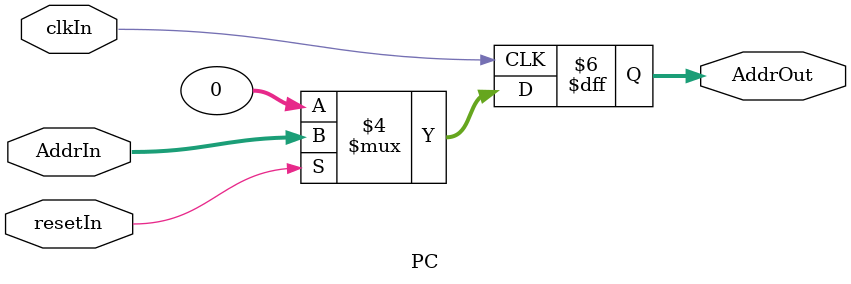
<source format=v>
module PC(clkIn,resetIn,AddrIn,AddrOut);
  input clkIn;
  input resetIn;
  input[31:0] AddrIn;
  output reg[31:0] AddrOut;

  always @(posedge clkIn) begin
    if (~resetIn) AddrOut<=0;
    else AddrOut<=AddrIn;
  end
endmodule

</source>
